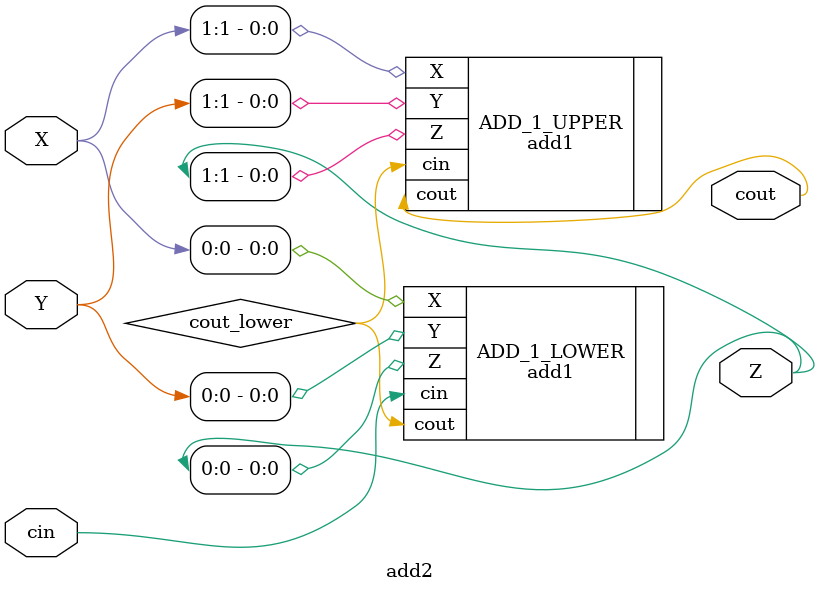
<source format=v>
`timescale 1ns / 1ps
`default_nettype none //helps catch typo-related bugs
module add2(X,Y,Z,cin,cout);

	//parameter definitions

	//port definitions - customize for different bit widths
	input  wire [1:0] X;
	input  wire [1:0] Y;
	output wire [1:0] Z;
	input  wire cin;
	output wire cout;
	
	wire cout_lower; 
	
	add1 ADD_1_LOWER(.X(X[0]), .Y(Y[0]), .Z(Z[0]), .cin(cin), .cout(cout_lower));
   add1 ADD_1_UPPER(.X(X[1]), .Y(Y[1]), .Z(Z[1]), .cin(cout_lower), .cout(cout)); 	


endmodule
`default_nettype wire //some Xilinx IP requires that the default_nettype be set to wire

</source>
